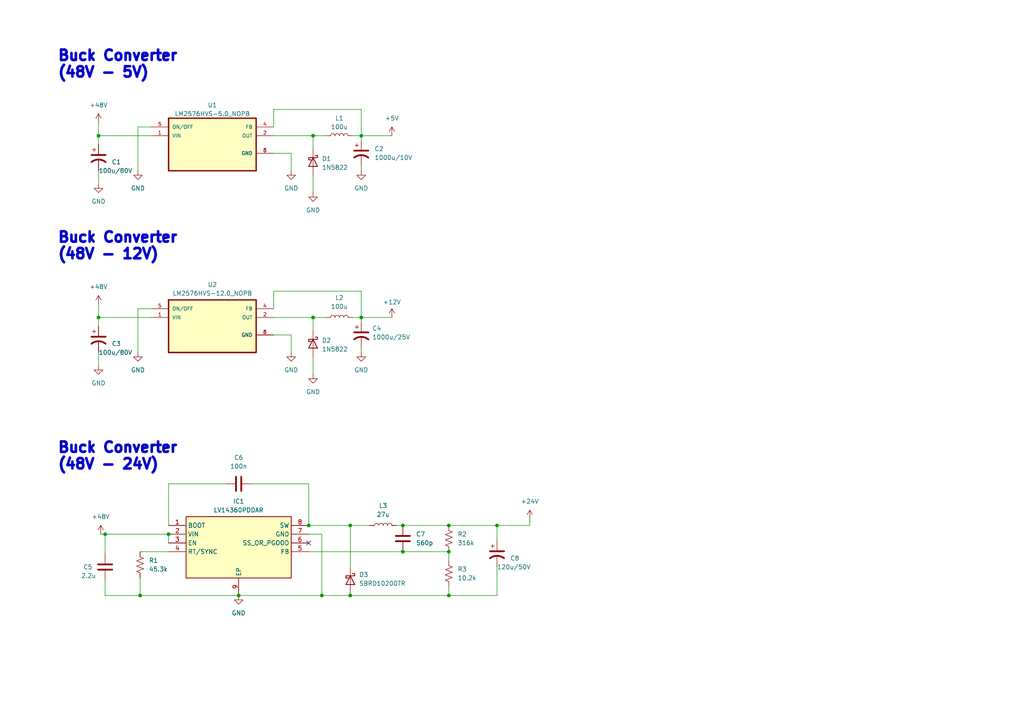
<source format=kicad_sch>
(kicad_sch (version 20230121) (generator eeschema)
  (paper "A4")
  (lib_symbols
    (symbol "C_Polarized_US_1" (pin_numbers hide) (pin_names (offset 0.254) hide)
      (property "Reference" "C6" (at 3.81 -1.27 0))
      (property "Value" "100u/80V" (at 0 -3.81 0))
      (symbol "C_Polarized_US_1_0_1"
        (polyline (pts (xy -2.032 0.762) (xy 2.032 0.762)) (stroke (width 0.508)))
        (polyline (pts (xy -1.778 2.286) (xy -0.762 2.286)))
        (polyline (pts (xy -1.27 1.778) (xy -1.27 2.794)))
        (arc (start 2.032 -1.27) (mid 0 -0.5572) (end -2.032 -1.27) (stroke (width 0.508)))
      )
      (symbol "C_Polarized_US_1_1_1"
        (pin passive line (at 0 -3.81 90) (length 3.302) (name "~") (number "N"))
        (pin passive line (at 0 3.81 270) (length 2.794) (name "~") (number "P"))
      )
    )
    (symbol "Device:C" (pin_numbers hide) (pin_names (offset 0.254))
      (property "Reference" "C" (at 0.635 2.54 0))
      (property "Value" "C" (at 0.635 -2.54 0))
      (symbol "C_0_1"
        (polyline (pts (xy -2.032 -0.762) (xy 2.032 -0.762)) (stroke (width 0.508)))
        (polyline (pts (xy -2.032 0.762) (xy 2.032 0.762)) (stroke (width 0.508)))
      )
      (symbol "C_1_1"
        (pin passive line (at 0 3.81 270) (length 2.794) (name "~") (number "1"))
        (pin passive line (at 0 -3.81 90) (length 2.794) (name "~") (number "2"))
      )
    )
    (symbol "Device:C_Polarized_US" (pin_numbers hide) (pin_names (offset 0.254) hide)
      (property "Reference" "C3" (at 3.81 1.27 0))
      (property "Value" "1000u/10V" (at 3.81 -1.27 0))
      (symbol "C_Polarized_US_0_1"
        (polyline (pts (xy -2.032 0.762) (xy 2.032 0.762)) (stroke (width 0.508)))
        (polyline (pts (xy -1.778 2.286) (xy -0.762 2.286)))
        (polyline (pts (xy -1.27 1.778) (xy -1.27 2.794)))
        (arc (start 2.032 -1.27) (mid 0 -0.5572) (end -2.032 -1.27) (stroke (width 0.508)))
      )
      (symbol "C_Polarized_US_1_1"
        (pin passive line (at 0 -3.81 90) (length 3.302) (name "~") (number "N"))
        (pin passive line (at 0 3.81 270) (length 2.794) (name "~") (number "P"))
      )
    )
    (symbol "Device:L" (pin_numbers hide) (pin_names (offset 1.016) hide)
      (property "Reference" "L" (at -1.27 0 90))
      (property "Value" "L" (at 1.905 0 90))
      (symbol "L_0_1"
        (arc (start 0 -2.54) (mid 0.6323 -1.905) (end 0 -1.27))
        (arc (start 0 -1.27) (mid 0.6323 -0.635) (end 0 0))
        (arc (start 0 0) (mid 0.6323 0.635) (end 0 1.27))
        (arc (start 0 1.27) (mid 0.6323 1.905) (end 0 2.54))
      )
      (symbol "L_1_1"
        (pin passive line (at 0 3.81 270) (length 1.27) (name "1") (number "1"))
        (pin passive line (at 0 -3.81 90) (length 1.27) (name "2") (number "2"))
      )
    )
    (symbol "Device:R_US" (pin_numbers hide) (pin_names (offset 0))
      (property "Reference" "R" (at 2.54 0 90))
      (property "Value" "R_US" (at -2.54 0 90))
      (symbol "R_US_0_1"
        (polyline (pts (xy 0 -2.286) (xy 0 -2.54)))
        (polyline (pts (xy 0 2.286) (xy 0 2.54)))
        (polyline (pts (xy 0 -0.762) (xy 1.016 -1.143) (xy 0 -1.524) (xy -1.016 -1.905) (xy 0 -2.286)))
        (polyline (pts (xy 0 0.762) (xy 1.016 0.381) (xy 0 0) (xy -1.016 -0.381) (xy 0 -0.762)))
        (polyline (pts (xy 0 2.286) (xy 1.016 1.905) (xy 0 1.524) (xy -1.016 1.143) (xy 0 0.762)))
      )
      (symbol "R_US_1_1"
        (pin passive line (at 0 3.81 270) (length 1.27) (name "~") (number "1"))
        (pin passive line (at 0 -3.81 90) (length 1.27) (name "~") (number "2"))
      )
    )
    (symbol "Diode:1N5822" (pin_numbers hide) (pin_names (offset 1.016) hide)
      (property "Reference" "D" (at 0 2.54 0))
      (property "Value" "1N5822" (at 0 -2.54 0))
      (symbol "1N5822_0_1"
        (polyline (pts (xy 1.27 0) (xy -1.27 0)))
        (polyline (pts (xy 1.27 1.27) (xy 1.27 -1.27) (xy -1.27 0) (xy 1.27 1.27)) (stroke (width 0.254)))
        (polyline (pts (xy -1.905 0.635) (xy -1.905 1.27) (xy -1.27 1.27) (xy -1.27 -1.27) (xy -0.635 -1.27) (xy -0.635 -0.635)) (stroke (width 0.254)))
      )
      (symbol "1N5822_1_1"
        (pin passive line (at -3.81 0 0) (length 2.54) (name "K") (number "1"))
        (pin passive line (at 3.81 0 180) (length 2.54) (name "A") (number "2"))
      )
    )
    (symbol "LM2576S-12_NOPB:LM2576S-12_NOPB" (pin_names (offset 1.016))
      (property "Reference" "U" (at -12.7 8.62 0))
      (property "Value" "LM2576S-12_NOPB" (at -12.7 -11.62 0))
      (symbol "LM2576S-12_NOPB_0_0"
        (rectangle (start -12.7 -7.62) (end 12.7 7.62) (stroke (width 0.41)) (fill (type background)))
        (pin input line (at -17.78 2.54 0) (length 5.08) (name "VIN") (number "1"))
        (pin output line (at 17.78 2.54 180) (length 5.08) (name "OUT") (number "2"))
        (pin power_in line (at 17.78 -2.54 180) (length 5.08) (name "GND") (number "3"))
        (pin output line (at 17.78 5.08 180) (length 5.08) (name "FB") (number "4"))
        (pin input line (at -17.78 5.08 0) (length 5.08) (name "ON/OFF") (number "5"))
        (pin power_in line (at 17.78 -2.54 180) (length 5.08) (name "GND") (number "6"))
      )
    )
    (symbol "LV14360PDDAR:LV14360PDDAR"
      (property "Reference" "IC" (at 36.83 7.62 0))
      (property "Value" "LV14360PDDAR" (at 36.83 5.08 0))
      (symbol "LV14360PDDAR_1_1"
        (rectangle (start 5.08 2.54) (end 35.56 -15.24) (stroke (width 0.254)) (fill (type background)))
        (pin passive line (at 0 0 0) (length 5.08) (name "BOOT") (number "1"))
        (pin passive line (at 0 -2.54 0) (length 5.08) (name "VIN") (number "2"))
        (pin passive line (at 0 -5.08 0) (length 5.08) (name "EN") (number "3"))
        (pin passive line (at 0 -7.62 0) (length 5.08) (name "RT/SYNC") (number "4"))
        (pin passive line (at 40.64 -7.62 180) (length 5.08) (name "FB") (number "5"))
        (pin passive line (at 40.64 -5.08 180) (length 5.08) (name "SS_OR_PGOOD") (number "6"))
        (pin passive line (at 40.64 -2.54 180) (length 5.08) (name "GND") (number "7"))
        (pin passive line (at 40.64 0 180) (length 5.08) (name "SW") (number "8"))
        (pin passive line (at 20.32 -20.32 90) (length 5.08) (name "EP") (number "9"))
      )
    )
    (symbol "power:+12V" (power) (pin_names (offset 0))
      (property "Value" "+12V" (at 0 3.556 0))
      (symbol "+12V_0_1"
        (polyline (pts (xy -0.762 1.27) (xy 0 2.54)))
        (polyline (pts (xy 0 0) (xy 0 2.54)))
        (polyline (pts (xy 0 2.54) (xy 0.762 1.27)))
      )
      (symbol "+12V_1_1"
        (pin power_in line (at 0 0 90) (length 0) hide (name "+12V") (number "1"))
      )
    )
    (symbol "power:+24V" (power) (pin_names (offset 0))
      (property "Value" "+24V" (at 0 3.556 0))
      (symbol "+24V_0_1"
        (polyline (pts (xy -0.762 1.27) (xy 0 2.54)))
        (polyline (pts (xy 0 0) (xy 0 2.54)))
        (polyline (pts (xy 0 2.54) (xy 0.762 1.27)))
      )
      (symbol "+24V_1_1"
        (pin power_in line (at 0 0 90) (length 0) hide (name "+24V") (number "1"))
      )
    )
    (symbol "power:+48V" (power) (pin_names (offset 0))
      (property "Value" "+48V" (at 0 3.556 0))
      (symbol "+48V_0_1"
        (polyline (pts (xy -0.762 1.27) (xy 0 2.54)))
        (polyline (pts (xy 0 0) (xy 0 2.54)))
        (polyline (pts (xy 0 2.54) (xy 0.762 1.27)))
      )
      (symbol "+48V_1_1"
        (pin power_in line (at 0 0 90) (length 0) hide (name "+48V") (number "1"))
      )
    )
    (symbol "power:+5V" (power) (pin_names (offset 0))
      (property "Value" "+5V" (at 0 3.556 0))
      (symbol "+5V_0_1"
        (polyline (pts (xy -0.762 1.27) (xy 0 2.54)))
        (polyline (pts (xy 0 0) (xy 0 2.54)))
        (polyline (pts (xy 0 2.54) (xy 0.762 1.27)))
      )
      (symbol "+5V_1_1"
        (pin power_in line (at 0 0 90) (length 0) hide (name "+5V") (number "1"))
      )
    )
    (symbol "power:GND" (power) (pin_names (offset 0))
      (property "Value" "GND" (at 0 -3.81 0))
      (symbol "GND_0_1"
        (polyline (pts (xy 0 0) (xy 0 -1.27) (xy 1.27 -1.27) (xy 0 -2.54) (xy -1.27 -1.27) (xy 0 -1.27)))
      )
      (symbol "GND_1_1"
        (pin power_in line (at 0 0 270) (length 0) hide (name "GND") (number "1"))
      )
    )
  )
  (junction (at 144.145 152.4))
  (junction (at 40.64 172.72))
  (junction (at 89.535 152.4))
  (junction (at 116.84 152.4))
  (junction (at 28.575 39.37))
  (junction (at 104.775 92.075))
  (junction (at 116.84 160.02))
  (junction (at 28.575 92.075))
  (junction (at 101.6 172.72))
  (junction (at 90.805 92.075))
  (junction (at 130.175 160.02))
  (junction (at 93.345 172.72))
  (junction (at 48.895 154.94))
  (junction (at 90.805 39.37))
  (junction (at 30.48 154.94))
  (junction (at 69.215 172.72))
  (junction (at 130.175 152.4))
  (junction (at 104.775 39.37))
  (junction (at 101.6 152.4))
  (junction (at 130.175 172.72))
  (no_connect (at 89.535 157.48))
  (wire (pts (xy 104.775 92.075) (xy 104.775 84.455)))
  (wire (pts (xy 104.775 92.075) (xy 104.775 93.345)))
  (wire (pts (xy 90.805 50.8) (xy 90.805 55.88)))
  (wire (pts (xy 144.145 172.72) (xy 130.175 172.72)))
  (wire (pts (xy 40.005 89.535) (xy 40.005 102.235)))
  (wire (pts (xy 101.6 172.72) (xy 93.345 172.72)))
  (wire (pts (xy 79.375 92.075) (xy 90.805 92.075)))
  (wire (pts (xy 28.575 92.075) (xy 28.575 94.615)))
  (wire (pts (xy 116.84 152.4) (xy 130.175 152.4)))
  (wire (pts (xy 30.48 168.275) (xy 30.48 172.72)))
  (wire (pts (xy 48.895 160.02) (xy 40.64 160.02)))
  (wire (pts (xy 90.805 39.37) (xy 90.805 43.18)))
  (wire (pts (xy 79.375 44.45) (xy 84.455 44.45)))
  (wire (pts (xy 79.375 31.75) (xy 79.375 36.83)))
  (wire (pts (xy 104.775 48.26) (xy 104.775 49.53)))
  (wire (pts (xy 30.48 154.94) (xy 48.895 154.94)))
  (wire (pts (xy 40.64 172.72) (xy 40.64 167.64)))
  (wire (pts (xy 130.175 160.02) (xy 130.175 162.56)))
  (wire (pts (xy 104.775 39.37) (xy 104.775 31.75)))
  (wire (pts (xy 114.935 152.4) (xy 116.84 152.4)))
  (wire (pts (xy 130.175 172.72) (xy 101.6 172.72)))
  (wire (pts (xy 104.775 39.37) (xy 113.665 39.37)))
  (wire (pts (xy 104.775 31.75) (xy 79.375 31.75)))
  (wire (pts (xy 153.67 152.4) (xy 144.145 152.4)))
  (wire (pts (xy 104.775 100.965) (xy 104.775 102.235)))
  (wire (pts (xy 79.375 39.37) (xy 90.805 39.37)))
  (wire (pts (xy 89.535 154.94) (xy 93.345 154.94)))
  (wire (pts (xy 90.805 92.075) (xy 94.615 92.075)))
  (wire (pts (xy 30.48 154.94) (xy 30.48 160.655)))
  (wire (pts (xy 101.6 172.085) (xy 101.6 172.72)))
  (wire (pts (xy 84.455 97.155) (xy 84.455 102.235)))
  (wire (pts (xy 89.535 152.4) (xy 101.6 152.4)))
  (wire (pts (xy 79.375 97.155) (xy 84.455 97.155)))
  (wire (pts (xy 89.535 160.02) (xy 116.84 160.02)))
  (wire (pts (xy 79.375 84.455) (xy 79.375 89.535)))
  (wire (pts (xy 153.67 150.495) (xy 153.67 152.4)))
  (wire (pts (xy 48.895 140.335) (xy 48.895 152.4)))
  (wire (pts (xy 101.6 152.4) (xy 107.315 152.4)))
  (wire (pts (xy 84.455 44.45) (xy 84.455 49.53)))
  (wire (pts (xy 48.895 154.94) (xy 48.895 157.48)))
  (wire (pts (xy 90.805 103.505) (xy 90.805 108.585)))
  (wire (pts (xy 93.345 172.72) (xy 69.215 172.72)))
  (wire (pts (xy 29.21 154.94) (xy 30.48 154.94)))
  (wire (pts (xy 28.575 88.265) (xy 28.575 92.075)))
  (wire (pts (xy 116.84 160.02) (xy 130.175 160.02)))
  (wire (pts (xy 104.775 84.455) (xy 79.375 84.455)))
  (wire (pts (xy 28.575 102.235) (xy 28.575 106.045)))
  (wire (pts (xy 28.575 39.37) (xy 43.815 39.37)))
  (wire (pts (xy 65.405 140.335) (xy 48.895 140.335)))
  (wire (pts (xy 101.6 152.4) (xy 101.6 164.465)))
  (wire (pts (xy 93.345 154.94) (xy 93.345 172.72)))
  (wire (pts (xy 144.145 164.465) (xy 144.145 172.72)))
  (wire (pts (xy 89.535 140.335) (xy 89.535 152.4)))
  (wire (pts (xy 73.025 140.335) (xy 89.535 140.335)))
  (wire (pts (xy 43.815 36.83) (xy 40.005 36.83)))
  (wire (pts (xy 43.815 89.535) (xy 40.005 89.535)))
  (wire (pts (xy 28.575 35.56) (xy 28.575 39.37)))
  (wire (pts (xy 90.805 92.075) (xy 90.805 95.885)))
  (wire (pts (xy 28.575 39.37) (xy 28.575 41.91)))
  (wire (pts (xy 130.175 170.18) (xy 130.175 172.72)))
  (wire (pts (xy 102.235 39.37) (xy 104.775 39.37)))
  (wire (pts (xy 144.145 156.845) (xy 144.145 152.4)))
  (wire (pts (xy 102.235 92.075) (xy 104.775 92.075)))
  (wire (pts (xy 104.775 92.075) (xy 113.665 92.075)))
  (wire (pts (xy 69.215 172.72) (xy 40.64 172.72)))
  (wire (pts (xy 30.48 172.72) (xy 40.64 172.72)))
  (wire (pts (xy 144.145 152.4) (xy 130.175 152.4)))
  (wire (pts (xy 90.805 39.37) (xy 94.615 39.37)))
  (wire (pts (xy 104.775 39.37) (xy 104.775 40.64)))
  (wire (pts (xy 40.005 36.83) (xy 40.005 49.53)))
  (wire (pts (xy 28.575 92.075) (xy 43.815 92.075)))
  (wire (pts (xy 28.575 49.53) (xy 28.575 53.34)))
  (text "Buck Converter \n(48V - 12V)\n" (at 16.51 75.565 0) (effects (font (size 3 3) (thickness 1) bold) (justify left bottom)))
  (text "Buck Converter \n(48V - 24V)\n" (at 16.51 136.525 0) (effects (font (size 3 3) (thickness 1) bold) (justify left bottom)))
  (text "Buck Converter \n(48V - 5V)\n" (at 16.51 22.86 0) (effects (font (size 3 3) (thickness 1) bold) (justify left bottom)))
  (symbol (lib_name "C_Polarized_US_1") (lib_id "Device:C_Polarized_US") (at 28.575 45.72 0) (unit 1)
    (property "Reference" "C1" (at 32.385 46.99 0) (effects (justify left)))
    (property "Value" "100u/80V" (at 28.575 49.53 0) (effects (justify left)))
    (property "Footprint" "Wavewise Footprints UnChecked:100uF_80V_Cap" (effects hide))
  )
  (symbol (lib_id "Device:L") (at 98.425 92.075 90) (unit 1)
    (property "Reference" "L2" (at 98.425 86.36 90))
    (property "Value" "100u" (at 98.425 88.9 90))
    (property "Footprint" "Wavewise Footprints UnChecked:IND_ETQP5M101YGK" (effects hide))
  )
  (symbol (lib_id "Device:C") (at 116.84 156.21 180) (unit 1)
    (property "Reference" "C7" (at 120.65 154.94 0) (effects (justify right)))
    (property "Value" "560p" (at 120.65 157.48 0) (effects (justify right)))
  )
  (symbol (lib_id "power:GND") (at 69.215 172.72 0) (unit 1)
    (property "Reference" "#PWR015" (effects hide))
    (property "Value" "GND" (at 69.215 177.8 0))
  )
  (symbol (lib_id "power:+48V") (at 28.575 88.265 0) (unit 1)
    (property "Reference" "#PWR014" (effects hide))
    (property "Value" "+48V" (at 28.575 83.185 0))
  )
  (symbol (lib_id "Diode:1N5822") (at 101.6 168.275 270) (unit 1)
    (property "Reference" "D3" (at 104.14 166.6875 90) (effects (justify left)))
    (property "Value" "SBRD10200TR" (at 104.14 169.2275 90) (effects (justify left)))
    (property "Footprint" "Diode_THT:D_DO-201AD_P15.24mm_Horizontal" (effects hide))
    (property "Datasheet" "http://www.vishay.com/docs/88526/1n5820.pdf" (effects hide))
  )
  (symbol (lib_id "power:GND") (at 84.455 102.235 0) (unit 1)
    (property "Reference" "#PWR011" (effects hide))
    (property "Value" "GND" (at 84.455 107.315 0))
  )
  (symbol (lib_id "power:+12V") (at 113.665 92.075 0) (unit 1)
    (property "Reference" "#PWR01" (effects hide))
    (property "Value" "+12V" (at 113.665 87.63 0))
  )
  (symbol (lib_id "Device:C_Polarized_US") (at 104.775 97.155 0) (unit 1)
    (property "Reference" "C4" (at 107.95 95.25 0) (effects (justify left)))
    (property "Value" "1000u/25V" (at 107.95 97.79 0) (effects (justify left)))
    (property "Footprint" "Wavewise Footprints UnChecked:1000uF_10V_Cap" (effects hide))
  )
  (symbol (lib_id "power:GND") (at 28.575 106.045 0) (unit 1)
    (property "Reference" "#PWR09" (effects hide))
    (property "Value" "GND" (at 28.575 111.125 0))
  )
  (symbol (lib_id "power:GND") (at 104.775 102.235 0) (unit 1)
    (property "Reference" "#PWR013" (effects hide))
    (property "Value" "GND" (at 104.775 107.315 0))
  )
  (symbol (lib_id "power:+24V") (at 153.67 150.495 0) (unit 1)
    (property "Reference" "#PWR017" (effects hide))
    (property "Value" "+24V" (at 153.67 145.415 0))
  )
  (symbol (lib_id "power:+48V") (at 28.575 35.56 0) (unit 1)
    (property "Reference" "#PWR08" (effects hide))
    (property "Value" "+48V" (at 28.575 30.48 0))
  )
  (symbol (lib_id "power:GND") (at 28.575 53.34 0) (unit 1)
    (property "Reference" "#PWR02" (effects hide))
    (property "Value" "GND" (at 28.575 58.42 0))
  )
  (symbol (lib_id "Device:C") (at 69.215 140.335 90) (unit 1)
    (property "Reference" "C6" (at 69.215 132.715 90))
    (property "Value" "100n" (at 69.215 135.255 90))
  )
  (symbol (lib_id "Device:L") (at 111.125 152.4 90) (unit 1)
    (property "Reference" "L3" (at 111.125 146.685 90))
    (property "Value" "27u" (at 111.125 149.225 90))
    (property "Footprint" "Wavewise Footprints UnChecked:IND_ETQP5M101YGK" (effects hide))
  )
  (symbol (lib_id "Device:R_US") (at 40.64 163.83 0) (unit 1)
    (property "Reference" "R1" (at 43.18 162.56 0) (effects (justify left)))
    (property "Value" "45.3k" (at 43.18 165.1 0) (effects (justify left)))
  )
  (symbol (lib_id "power:GND") (at 90.805 55.88 0) (unit 1)
    (property "Reference" "#PWR05" (effects hide))
    (property "Value" "GND" (at 90.805 60.96 0))
  )
  (symbol (lib_id "power:GND") (at 84.455 49.53 0) (unit 1)
    (property "Reference" "#PWR04" (effects hide))
    (property "Value" "GND" (at 84.455 54.61 0))
  )
  (symbol (lib_name "C_Polarized_US_1") (lib_id "Device:C_Polarized_US") (at 28.575 98.425 0) (unit 1)
    (property "Reference" "C3" (at 32.385 99.695 0) (effects (justify left)))
    (property "Value" "100u/80V" (at 28.575 102.235 0) (effects (justify left)))
    (property "Footprint" "Wavewise Footprints UnChecked:100uF_80V_Cap" (effects hide))
  )
  (symbol (lib_id "Device:C") (at 30.48 164.465 0) (unit 1)
    (property "Reference" "C5" (at 24.13 164.465 0) (effects (justify left)))
    (property "Value" "2.2u" (at 23.495 167.005 0) (effects (justify left)))
  )
  (symbol (lib_name "C_Polarized_US_1") (lib_id "Device:C_Polarized_US") (at 144.145 160.655 0) (unit 1)
    (property "Reference" "C8" (at 147.955 161.925 0) (effects (justify left)))
    (property "Value" "120u/50V" (at 144.145 164.465 0) (effects (justify left)))
    (property "Footprint" "Wavewise Footprints UnChecked:100uF_80V_Cap" (effects hide))
  )
  (symbol (lib_id "power:GND") (at 90.805 108.585 0) (unit 1)
    (property "Reference" "#PWR012" (effects hide))
    (property "Value" "GND" (at 90.805 113.665 0))
  )
  (symbol (lib_id "LM2576S-12_NOPB:LM2576S-12_NOPB") (at 61.595 41.91 0) (unit 1)
    (property "Reference" "U1" (at 61.595 30.48 0))
    (property "Value" "LM2576HVS-5.0_NOPB" (at 61.595 33.02 0))
    (property "Footprint" "Wavewise Footprints UnChecked:LM2576S-12_NOPB" (effects hide))
    (property "DigiKey_Part_Number" "LM2576S-12/NOPB-ND" (effects hide))
    (property "MF" "Texas Instruments" (effects hide))
    (property "Purchase-URL" "https://www.snapeda.com/api/url_track_click_mouser/?unipart_id=470772&manufacturer=Texas Instruments&part_name=LM2576S-12/NOPB&search_term=None" (effects hide))
    (property "Package" "TO-263-5 Texas Instruments" (effects hide))
    (property "SnapEDA_Link" "https://www.snapeda.com/parts/LM2576S-12/NOPB/Texas+Instruments/view-part/?ref=snap" (effects hide))
    (property "MP" "LM2576S-12/NOPB" (effects hide))
    (property "Description" "\nSIMPLE SWITCHER&reg; 40V, 3A Low Component Count Step-Down Regulator\n" (effects hide))
    (property "Check_prices" "https://www.snapeda.com/parts/LM2576S-12/NOPB/Texas+Instruments/view-part/?ref=eda" (effects hide))
  )
  (symbol (lib_id "Device:R_US") (at 130.175 156.21 0) (unit 1)
    (property "Reference" "R2" (at 132.715 154.94 0) (effects (justify left)))
    (property "Value" "316k" (at 132.715 157.48 0) (effects (justify left)))
  )
  (symbol (lib_id "power:+48V") (at 29.21 154.94 0) (unit 1)
    (property "Reference" "#PWR016" (effects hide))
    (property "Value" "+48V" (at 29.21 149.86 0))
  )
  (symbol (lib_id "power:GND") (at 40.005 102.235 0) (unit 1)
    (property "Reference" "#PWR010" (effects hide))
    (property "Value" "GND" (at 40.005 107.315 0))
  )
  (symbol (lib_id "power:GND") (at 40.005 49.53 0) (unit 1)
    (property "Reference" "#PWR03" (effects hide))
    (property "Value" "GND" (at 40.005 54.61 0))
  )
  (symbol (lib_id "power:GND") (at 104.775 49.53 0) (unit 1)
    (property "Reference" "#PWR06" (effects hide))
    (property "Value" "GND" (at 104.775 54.61 0))
  )
  (symbol (lib_id "Diode:1N5822") (at 90.805 46.99 270) (unit 1)
    (property "Reference" "D1" (at 93.345 46.0375 90) (effects (justify left)))
    (property "Value" "1N5822" (at 93.345 48.5775 90) (effects (justify left)))
    (property "Footprint" "Diode_THT:D_DO-201AD_P15.24mm_Horizontal" (effects hide))
    (property "Datasheet" "http://www.vishay.com/docs/88526/1n5820.pdf" (effects hide))
  )
  (symbol (lib_id "LM2576S-12_NOPB:LM2576S-12_NOPB") (at 61.595 94.615 0) (unit 1)
    (property "Reference" "U2" (at 61.595 82.55 0))
    (property "Value" "LM2576HVS-12.0_NOPB" (at 61.595 85.09 0))
    (property "Footprint" "Wavewise Footprints UnChecked:LM2576S-12_NOPB" (effects hide))
    (property "DigiKey_Part_Number" "LM2576S-12/NOPB-ND" (effects hide))
    (property "MF" "Texas Instruments" (effects hide))
    (property "Purchase-URL" "https://www.snapeda.com/api/url_track_click_mouser/?unipart_id=470772&manufacturer=Texas Instruments&part_name=LM2576S-12/NOPB&search_term=None" (effects hide))
    (property "Package" "TO-263-5 Texas Instruments" (effects hide))
    (property "SnapEDA_Link" "https://www.snapeda.com/parts/LM2576S-12/NOPB/Texas+Instruments/view-part/?ref=snap" (effects hide))
    (property "MP" "LM2576S-12/NOPB" (effects hide))
    (property "Description" "\nSIMPLE SWITCHER&reg; 40V, 3A Low Component Count Step-Down Regulator\n" (effects hide))
    (property "Check_prices" "https://www.snapeda.com/parts/LM2576S-12/NOPB/Texas+Instruments/view-part/?ref=eda" (effects hide))
  )
  (symbol (lib_id "Device:R_US") (at 130.175 166.37 0) (unit 1)
    (property "Reference" "R3" (at 132.715 165.1 0) (effects (justify left)))
    (property "Value" "10.2k" (at 132.715 167.64 0) (effects (justify left)))
  )
  (symbol (lib_id "Device:C_Polarized_US") (at 104.775 44.45 0) (unit 1)
    (property "Reference" "C2" (at 108.585 43.18 0) (effects (justify left)))
    (property "Value" "1000u/10V" (at 108.585 45.72 0) (effects (justify left)))
    (property "Footprint" "Wavewise Footprints UnChecked:1000uF_10V_Cap" (effects hide))
  )
  (symbol (lib_id "Diode:1N5822") (at 90.805 99.695 270) (unit 1)
    (property "Reference" "D2" (at 93.345 98.7425 90) (effects (justify left)))
    (property "Value" "1N5822" (at 93.345 101.2825 90) (effects (justify left)))
    (property "Footprint" "Diode_THT:D_DO-201AD_P15.24mm_Horizontal" (effects hide))
    (property "Datasheet" "http://www.vishay.com/docs/88526/1n5820.pdf" (effects hide))
  )
  (symbol (lib_id "LV14360PDDAR:LV14360PDDAR") (at 48.895 152.4 0) (unit 1)
    (property "Reference" "IC1" (at 69.215 145.415 0))
    (property "Value" "LV14360PDDAR" (at 69.215 147.955 0))
    (property "Footprint" "SOIC127P600X170-9N" (effects hide))
    (property "Datasheet" "https://www.ti.com/lit/gpn/lv14360" (effects hide))
    (property "Height" "1.7" (effects hide))
    (property "Manufacturer_Name" "Texas Instruments" (effects hide))
    (property "Manufacturer_Part_Number" "LV14360PDDAR" (effects hide))
    (property "Mouser Part Number" "595-LV14360PDDAR" (effects hide))
    (property "Mouser Price/Stock" "https://www.mouser.co.uk/ProductDetail/Texas-Instruments/LV14360PDDAR?qs=l4Gc20tDgJK26f7kBSXgIg%3D%3D" (effects hide))
    (property "Arrow Part Number" "LV14360PDDAR" (effects hide))
    (property "Arrow Price/Stock" "https://www.arrow.com/en/products/lv14360pddar/texas-instruments?region=nac" (effects hide))
  )
  (symbol (lib_id "Device:L") (at 98.425 39.37 90) (unit 1)
    (property "Reference" "L1" (at 98.425 34.29 90))
    (property "Value" "100u" (at 98.425 36.83 90))
    (property "Footprint" "Wavewise Footprints UnChecked:IND_ETQP5M101YGK" (effects hide))
  )
  (symbol (lib_id "power:+5V") (at 113.665 39.37 0) (unit 1)
    (property "Reference" "#PWR07" (effects hide))
    (property "Value" "+5V" (at 113.665 34.29 0))
  )
)
</source>
